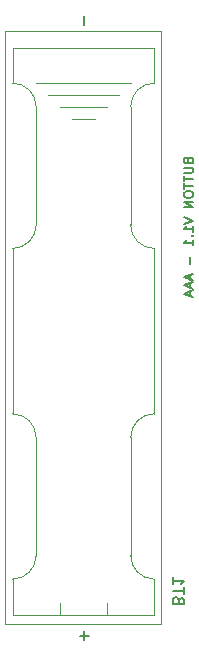
<source format=gbr>
G04 #@! TF.GenerationSoftware,KiCad,Pcbnew,(5.1.5)-1*
G04 #@! TF.CreationDate,2021-02-19T11:30:45+01:00*
G04 #@! TF.ProjectId,button - AAA,62757474-6f6e-4202-9d20-4141412e6b69,rev?*
G04 #@! TF.SameCoordinates,Original*
G04 #@! TF.FileFunction,Legend,Bot*
G04 #@! TF.FilePolarity,Positive*
%FSLAX46Y46*%
G04 Gerber Fmt 4.6, Leading zero omitted, Abs format (unit mm)*
G04 Created by KiCad (PCBNEW (5.1.5)-1) date 2021-02-19 11:30:45*
%MOMM*%
%LPD*%
G04 APERTURE LIST*
%ADD10C,0.150000*%
%ADD11C,0.120000*%
G04 APERTURE END LIST*
D10*
X135662857Y-72187142D02*
X135700952Y-72301428D01*
X135739047Y-72339523D01*
X135815238Y-72377619D01*
X135929523Y-72377619D01*
X136005714Y-72339523D01*
X136043809Y-72301428D01*
X136081904Y-72225238D01*
X136081904Y-71920476D01*
X135281904Y-71920476D01*
X135281904Y-72187142D01*
X135320000Y-72263333D01*
X135358095Y-72301428D01*
X135434285Y-72339523D01*
X135510476Y-72339523D01*
X135586666Y-72301428D01*
X135624761Y-72263333D01*
X135662857Y-72187142D01*
X135662857Y-71920476D01*
X135281904Y-72720476D02*
X135929523Y-72720476D01*
X136005714Y-72758571D01*
X136043809Y-72796666D01*
X136081904Y-72872857D01*
X136081904Y-73025238D01*
X136043809Y-73101428D01*
X136005714Y-73139523D01*
X135929523Y-73177619D01*
X135281904Y-73177619D01*
X135281904Y-73444285D02*
X135281904Y-73901428D01*
X136081904Y-73672857D02*
X135281904Y-73672857D01*
X135281904Y-74053809D02*
X135281904Y-74510952D01*
X136081904Y-74282380D02*
X135281904Y-74282380D01*
X135281904Y-74930000D02*
X135281904Y-75082380D01*
X135320000Y-75158571D01*
X135396190Y-75234761D01*
X135548571Y-75272857D01*
X135815238Y-75272857D01*
X135967619Y-75234761D01*
X136043809Y-75158571D01*
X136081904Y-75082380D01*
X136081904Y-74930000D01*
X136043809Y-74853809D01*
X135967619Y-74777619D01*
X135815238Y-74739523D01*
X135548571Y-74739523D01*
X135396190Y-74777619D01*
X135320000Y-74853809D01*
X135281904Y-74930000D01*
X136081904Y-75615714D02*
X135281904Y-75615714D01*
X136081904Y-76072857D01*
X135281904Y-76072857D01*
X135281904Y-76949047D02*
X136081904Y-77215714D01*
X135281904Y-77482380D01*
X136081904Y-78168095D02*
X136081904Y-77710952D01*
X136081904Y-77939523D02*
X135281904Y-77939523D01*
X135396190Y-77863333D01*
X135472380Y-77787142D01*
X135510476Y-77710952D01*
X136005714Y-78510952D02*
X136043809Y-78549047D01*
X136081904Y-78510952D01*
X136043809Y-78472857D01*
X136005714Y-78510952D01*
X136081904Y-78510952D01*
X136081904Y-79310952D02*
X136081904Y-78853809D01*
X136081904Y-79082380D02*
X135281904Y-79082380D01*
X135396190Y-79006190D01*
X135472380Y-78930000D01*
X135510476Y-78853809D01*
X135777142Y-80263333D02*
X135777142Y-80872857D01*
X135853333Y-81825238D02*
X135853333Y-82206190D01*
X136081904Y-81749047D02*
X135281904Y-82015714D01*
X136081904Y-82282380D01*
X135853333Y-82510952D02*
X135853333Y-82891904D01*
X136081904Y-82434761D02*
X135281904Y-82701428D01*
X136081904Y-82968095D01*
X135853333Y-83196666D02*
X135853333Y-83577619D01*
X136081904Y-83120476D02*
X135281904Y-83387142D01*
X136081904Y-83653809D01*
D11*
X120790000Y-62570000D02*
X120790000Y-65570000D01*
X132790000Y-62570000D02*
X120790000Y-62570000D01*
X132790000Y-62570000D02*
X132790000Y-65570000D01*
X120790000Y-110570000D02*
X120790000Y-107570000D01*
X132790000Y-110570000D02*
X120790000Y-110570000D01*
X132790000Y-110570000D02*
X132790000Y-107570000D01*
X132790000Y-107570000D02*
G75*
G02X130790000Y-105570000I0J2000000D01*
G01*
X130790000Y-67570000D02*
G75*
G02X132790000Y-65570000I2000000J0D01*
G01*
X120790000Y-65570000D02*
G75*
G02X122790000Y-67570000I0J-2000000D01*
G01*
X122790000Y-67570000D02*
X122790000Y-77570000D01*
X130790000Y-67570000D02*
X130790000Y-77570000D01*
X122790000Y-105570000D02*
G75*
G02X120790000Y-107570000I-2000000J0D01*
G01*
X130790000Y-105570000D02*
X130790000Y-95570000D01*
X122790000Y-105570000D02*
X122790000Y-95570000D01*
X122790000Y-77570000D02*
G75*
G02X120790000Y-79570000I-2000000J0D01*
G01*
X120790000Y-93570000D02*
G75*
G02X122790000Y-95570000I0J-2000000D01*
G01*
X130790000Y-95570000D02*
G75*
G02X132790000Y-93570000I2000000J0D01*
G01*
X132790000Y-79570000D02*
G75*
G02X130790000Y-77570000I0J2000000D01*
G01*
X132790000Y-79570000D02*
X132790000Y-93570000D01*
X120790000Y-93570000D02*
X120790000Y-79570000D01*
X124790000Y-109570000D02*
X124790000Y-110570000D01*
X128790000Y-110570000D02*
X128790000Y-109570000D01*
X130790000Y-65570000D02*
X122790000Y-65570000D01*
X123790000Y-66570000D02*
X129790000Y-66570000D01*
X128790000Y-67570000D02*
X124790000Y-67570000D01*
X127790000Y-68570000D02*
X125790000Y-68570000D01*
X133390000Y-61170000D02*
X133390000Y-111370000D01*
X133390000Y-111370000D02*
X120190000Y-111370000D01*
X120190000Y-111370000D02*
X120190000Y-61170000D01*
X120190000Y-61170000D02*
X133390000Y-61170000D01*
D10*
X134861428Y-109355714D02*
X134813809Y-109212857D01*
X134766190Y-109165238D01*
X134670952Y-109117619D01*
X134528095Y-109117619D01*
X134432857Y-109165238D01*
X134385238Y-109212857D01*
X134337619Y-109308095D01*
X134337619Y-109689047D01*
X135337619Y-109689047D01*
X135337619Y-109355714D01*
X135290000Y-109260476D01*
X135242380Y-109212857D01*
X135147142Y-109165238D01*
X135051904Y-109165238D01*
X134956666Y-109212857D01*
X134909047Y-109260476D01*
X134861428Y-109355714D01*
X134861428Y-109689047D01*
X135337619Y-108831904D02*
X135337619Y-108260476D01*
X134337619Y-108546190D02*
X135337619Y-108546190D01*
X134337619Y-107403333D02*
X134337619Y-107974761D01*
X134337619Y-107689047D02*
X135337619Y-107689047D01*
X135194761Y-107784285D01*
X135099523Y-107879523D01*
X135051904Y-107974761D01*
X126861428Y-111999047D02*
X126861428Y-112760952D01*
X127242380Y-112380000D02*
X126480476Y-112380000D01*
X126861428Y-59929047D02*
X126861428Y-60690952D01*
M02*

</source>
